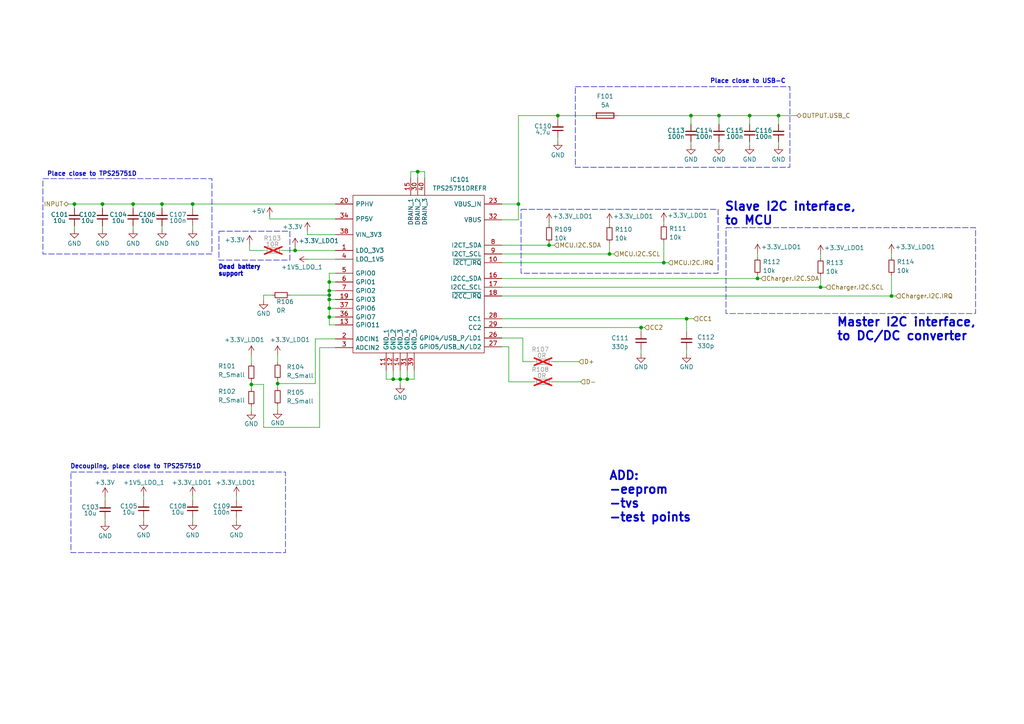
<source format=kicad_sch>
(kicad_sch (version 20231120) (generator "eeschema") (generator_version "8.0")
  (paper "A4")
  (lib_symbols
    (symbol "Device:C_Small" (pin_numbers hide) (pin_names (offset 0.254) hide)
      (property "Reference" "C" (at 0.254 1.778 0))
      (property "Value" "C_Small" (at 0.254 -2.032 0))
      (symbol "C_Small_0_1"
        (polyline (pts (xy -1.524 -0.508) (xy 1.524 -0.508)) (stroke (width 0.3302)))
        (polyline (pts (xy -1.524 0.508) (xy 1.524 0.508)) (stroke (width 0.3048)))
      )
      (symbol "C_Small_1_1"
        (pin passive line (at 0 2.54 270) (length 2.032) (name "~") (number "1"))
        (pin passive line (at 0 -2.54 90) (length 2.032) (name "~") (number "2"))
      )
    )
    (symbol "Device:Fuse" (pin_numbers hide) (pin_names (offset 0))
      (property "Reference" "F" (at 2.032 0 90))
      (property "Value" "Fuse" (at -1.905 0 90))
      (symbol "Fuse_0_1"
        (rectangle (start -0.762 -2.54) (end 0.762 2.54) (stroke (width 0.254)))
        (polyline (pts (xy 0 2.54) (xy 0 -2.54)))
      )
      (symbol "Fuse_1_1"
        (pin passive line (at 0 3.81 270) (length 1.27) (name "~") (number "1"))
        (pin passive line (at 0 -3.81 90) (length 1.27) (name "~") (number "2"))
      )
    )
    (symbol "Device:R_Small" (pin_numbers hide) (pin_names (offset 0.254) hide)
      (property "Reference" "R" (at 0.762 0.508 0))
      (property "Value" "R_Small" (at 0.762 -1.016 0))
      (symbol "R_Small_0_1"
        (rectangle (start -0.762 1.778) (end 0.762 -1.778) (stroke (width 0.2032)))
      )
      (symbol "R_Small_1_1"
        (pin passive line (at 0 2.54 270) (length 0.762) (name "~") (number "1"))
        (pin passive line (at 0 -2.54 90) (length 0.762) (name "~") (number "2"))
      )
    )
    (symbol "TPS25751DREFR_1" (pin_names (offset 0.762))
      (property "Reference" "IC1" (at 36.068 7.112 0))
      (property "Value" "TPS25751DREFR" (at 36.068 4.572 0))
      (symbol "TPS25751DREFR_1_0_0"
        (pin passive line (at 0 -13.462 0) (length 5.08) (name "LDO_3V3") (number "1"))
        (pin passive line (at 48.26 -17.018 180) (length 5.08) (name "~{I2CT_IRQ}") (number "10"))
        (pin passive line (at 14.732 -48.26 90) (length 5.08) (name "GND_1") (number "11"))
        (pin passive line (at 16.764 -48.26 90) (length 5.08) (name "GND_2") (number "12"))
        (pin passive line (at 0 -35.052 0) (length 5.08) (name "GPIO11") (number "13"))
        (pin passive line (at 18.796 -48.26 90) (length 5.08) (name "GND_3") (number "14"))
        (pin passive line (at 21.844 7.62 270) (length 5.08) (name "DRAIN_1") (number "15"))
        (pin passive line (at 48.26 -21.59 180) (length 5.08) (name "I2CC_SDA") (number "16"))
        (pin passive line (at 48.26 -24.13 180) (length 5.08) (name "I2CC_SCL") (number "17"))
        (pin passive line (at 48.26 -26.67 180) (length 5.08) (name "~{I2CC_IRQ}") (number "18"))
        (pin passive line (at 0 -27.686 0) (length 5.08) (name "GPIO3") (number "19"))
        (pin passive line (at 0 -39.116 0) (length 5.08) (name "ADCIN1") (number "2"))
        (pin passive line (at 0 0 0) (length 5.08) (name "PPHV") (number "20"))
        (pin passive line (at 48.26 0 180) (length 5.08) (name "VBUS_IN") (number "23"))
        (pin passive line (at 48.26 -38.862 180) (length 5.08) (name "GPIO4/USB_P/LD1") (number "26"))
        (pin passive line (at 48.26 -41.402 180) (length 5.08) (name "GPIO5/USB_N/LD2") (number "27"))
        (pin passive line (at 48.26 -33.274 180) (length 5.08) (name "CC1") (number "28"))
        (pin passive line (at 48.26 -35.814 180) (length 5.08) (name "CC2") (number "29"))
        (pin passive line (at 0 -41.656 0) (length 5.08) (name "ADCIN2") (number "3"))
        (pin passive line (at 23.876 7.62 270) (length 5.08) (name "DRAIN_2") (number "30"))
        (pin passive line (at 20.828 -48.26 90) (length 5.08) (name "GND_4") (number "31"))
        (pin passive line (at 48.26 -4.572 180) (length 5.08) (name "VBUS") (number "32"))
        (pin passive line (at 0 -4.318 0) (length 5.08) (name "PP5V") (number "34"))
        (pin passive line (at 0 -32.766 0) (length 5.08) (name "GPIO7") (number "36"))
        (pin passive line (at 0 -30.226 0) (length 5.08) (name "GPIO6") (number "37"))
        (pin passive line (at 0 -8.89 0) (length 5.08) (name "VIN_3V3") (number "38"))
        (pin passive line (at 22.86 -48.26 90) (length 5.08) (name "GND_5") (number "39"))
        (pin passive line (at 0 -16.002 0) (length 5.08) (name "LDO_1V5") (number "4"))
        (pin passive line (at 25.908 7.62 270) (length 5.08) (name "DRAIN_3") (number "40"))
        (pin passive line (at 0 -20.066 0) (length 5.08) (name "GPIO0") (number "5"))
        (pin passive line (at 0 -22.606 0) (length 5.08) (name "GPIO1") (number "6"))
        (pin passive line (at 0 -25.146 0) (length 5.08) (name "GPIO2") (number "7"))
        (pin passive line (at 48.26 -11.938 180) (length 5.08) (name "I2CT_SDA") (number "8"))
        (pin passive line (at 48.26 -14.478 180) (length 5.08) (name "I2CT_SCL") (number "9"))
      )
      (symbol "TPS25751DREFR_1_0_1"
        (polyline (pts (xy 5.08 2.54) (xy 43.18 2.54) (xy 43.18 -43.18) (xy 5.08 -43.18) (xy 5.08 2.54)) (stroke (width 0.1524)))
      )
    )
    (symbol "power:+1V5" (power) (pin_names (offset 0))
      (property "Value" "+1V5" (at 0 3.556 0))
      (symbol "+1V5_0_1"
        (polyline (pts (xy -0.762 1.27) (xy 0 2.54)))
        (polyline (pts (xy 0 0) (xy 0 2.54)))
        (polyline (pts (xy 0 2.54) (xy 0.762 1.27)))
      )
      (symbol "+1V5_1_1"
        (pin power_in line (at 0 0 90) (length 0) hide (name "+1V5") (number "1"))
      )
    )
    (symbol "power:+3.3V" (power) (pin_names (offset 0))
      (property "Value" "+3.3V" (at 0 3.556 0))
      (symbol "+3.3V_0_1"
        (polyline (pts (xy -0.762 1.27) (xy 0 2.54)))
        (polyline (pts (xy 0 0) (xy 0 2.54)))
        (polyline (pts (xy 0 2.54) (xy 0.762 1.27)))
      )
      (symbol "+3.3V_1_1"
        (pin power_in line (at 0 0 90) (length 0) hide (name "+3.3V") (number "1"))
      )
    )
    (symbol "power:+3.3VP" (power) (pin_names (offset 0))
      (property "Value" "+3.3VP" (at 0 2.54 0))
      (symbol "+3.3VP_0_0"
        (pin power_in line (at 0 0 90) (length 0) hide (name "+3.3VP") (number "1"))
      )
      (symbol "+3.3VP_0_1"
        (polyline (pts (xy -0.762 1.27) (xy 0 2.54)))
        (polyline (pts (xy 0 0) (xy 0 2.54)))
        (polyline (pts (xy 0 2.54) (xy 0.762 1.27)))
      )
    )
    (symbol "power:+5V" (power) (pin_names (offset 0))
      (property "Value" "+5V" (at 0 3.556 0))
      (symbol "+5V_0_1"
        (polyline (pts (xy -0.762 1.27) (xy 0 2.54)))
        (polyline (pts (xy 0 0) (xy 0 2.54)))
        (polyline (pts (xy 0 2.54) (xy 0.762 1.27)))
      )
      (symbol "+5V_1_1"
        (pin power_in line (at 0 0 90) (length 0) hide (name "+5V") (number "1"))
      )
    )
    (symbol "power:GND" (power) (pin_names (offset 0))
      (property "Value" "GND" (at 0 -3.81 0))
      (symbol "GND_0_1"
        (polyline (pts (xy 0 0) (xy 0 -1.27) (xy 1.27 -1.27) (xy 0 -2.54) (xy -1.27 -1.27) (xy 0 -1.27)))
      )
      (symbol "GND_1_1"
        (pin power_in line (at 0 0 270) (length 0) hide (name "GND") (number "1"))
      )
    )
  )
  (junction (at 95.504 84.328))
  (junction (at 95.504 81.788))
  (junction (at 217.424 33.528))
  (junction (at 95.504 91.948))
  (junction (at 118.11 109.982))
  (junction (at 29.718 59.182))
  (junction (at 176.784 73.66))
  (junction (at 150.368 59.182))
  (junction (at 121.158 49.784))
  (junction (at 237.998 83.312))
  (junction (at 116.078 109.982))
  (junction (at 225.806 33.528))
  (junction (at 159.258 71.12))
  (junction (at 46.99 59.182))
  (junction (at 185.928 94.996))
  (junction (at 38.608 59.182))
  (junction (at 85.598 72.644))
  (junction (at 21.59 59.182))
  (junction (at 258.572 85.852))
  (junction (at 95.504 86.868))
  (junction (at 80.518 111.252))
  (junction (at 208.534 33.528))
  (junction (at 200.406 33.528))
  (junction (at 199.136 92.456))
  (junction (at 114.046 109.982))
  (junction (at 55.88 59.182))
  (junction (at 95.504 85.598))
  (junction (at 192.532 76.2))
  (junction (at 95.504 89.408))
  (junction (at 72.898 111.506))
  (junction (at 161.798 33.528))
  (junction (at 219.71 80.772))
  (wire (pts (xy 76.454 123.952) (xy 92.71 123.952)))
  (wire (pts (xy 55.88 59.182) (xy 97.282 59.182)))
  (wire (pts (xy 97.282 89.408) (xy 95.504 89.408)))
  (wire (pts (xy 145.542 92.456) (xy 199.136 92.456)))
  (wire (pts (xy 147.574 110.744) (xy 154.94 110.744)))
  (wire (pts (xy 200.406 41.148) (xy 200.406 42.164)))
  (wire (pts (xy 21.59 65.532) (xy 21.59 66.548)))
  (wire (pts (xy 46.99 65.532) (xy 46.99 66.548)))
  (wire (pts (xy 185.928 101.346) (xy 185.928 102.616)))
  (wire (pts (xy 91.44 98.298) (xy 97.282 98.298)))
  (wire (pts (xy 185.928 94.996) (xy 185.928 96.266)))
  (wire (pts (xy 160.02 104.902) (xy 167.894 104.902)))
  (wire (pts (xy 68.58 145.034) (xy 68.58 143.764)))
  (wire (pts (xy 41.656 145.034) (xy 41.656 143.764)))
  (wire (pts (xy 95.504 81.788) (xy 97.282 81.788)))
  (wire (pts (xy 258.572 85.852) (xy 259.842 85.852)))
  (wire (pts (xy 145.542 71.12) (xy 159.258 71.12)))
  (wire (pts (xy 80.518 102.87) (xy 80.518 105.156)))
  (wire (pts (xy 121.158 49.784) (xy 123.19 49.784)))
  (wire (pts (xy 208.534 33.528) (xy 217.424 33.528)))
  (wire (pts (xy 46.99 59.182) (xy 55.88 59.182)))
  (wire (pts (xy 55.88 60.452) (xy 55.88 59.182)))
  (wire (pts (xy 80.518 117.602) (xy 80.518 118.872)))
  (wire (pts (xy 208.534 41.148) (xy 208.534 42.164)))
  (wire (pts (xy 116.078 107.442) (xy 116.078 109.982)))
  (wire (pts (xy 97.282 84.328) (xy 95.504 84.328)))
  (wire (pts (xy 217.424 41.148) (xy 217.424 42.164)))
  (wire (pts (xy 95.504 81.788) (xy 95.504 84.328)))
  (wire (pts (xy 114.046 109.982) (xy 116.078 109.982)))
  (wire (pts (xy 176.784 64.516) (xy 176.784 65.278)))
  (wire (pts (xy 123.19 49.784) (xy 123.19 51.562)))
  (wire (pts (xy 95.504 86.868) (xy 97.282 86.868)))
  (wire (pts (xy 151.638 104.902) (xy 151.638 98.044)))
  (wire (pts (xy 97.282 68.072) (xy 89.154 68.072)))
  (wire (pts (xy 95.504 86.868) (xy 95.504 89.408)))
  (wire (pts (xy 41.656 150.114) (xy 41.656 151.13)))
  (wire (pts (xy 145.542 80.772) (xy 219.71 80.772)))
  (wire (pts (xy 21.59 60.452) (xy 21.59 59.182)))
  (wire (pts (xy 92.71 100.838) (xy 92.71 123.952)))
  (wire (pts (xy 200.406 33.528) (xy 200.406 36.068)))
  (wire (pts (xy 92.71 100.838) (xy 97.282 100.838)))
  (wire (pts (xy 76.454 85.598) (xy 78.994 85.598)))
  (wire (pts (xy 159.258 71.12) (xy 160.782 71.12)))
  (wire (pts (xy 147.574 100.584) (xy 145.542 100.584)))
  (wire (pts (xy 258.572 79.756) (xy 258.572 85.852)))
  (wire (pts (xy 72.898 111.506) (xy 76.454 111.506)))
  (wire (pts (xy 179.324 33.528) (xy 200.406 33.528)))
  (wire (pts (xy 161.798 33.528) (xy 171.704 33.528)))
  (wire (pts (xy 120.142 109.982) (xy 120.142 107.442)))
  (wire (pts (xy 199.136 92.456) (xy 199.136 96.266)))
  (wire (pts (xy 95.504 85.598) (xy 95.504 86.868)))
  (wire (pts (xy 192.532 76.2) (xy 193.802 76.2)))
  (wire (pts (xy 159.258 71.12) (xy 159.258 70.358)))
  (wire (pts (xy 97.282 94.234) (xy 95.504 94.234)))
  (wire (pts (xy 112.014 107.442) (xy 112.014 109.982)))
  (wire (pts (xy 237.998 73.66) (xy 237.998 74.93)))
  (wire (pts (xy 219.71 80.772) (xy 219.71 79.756)))
  (wire (pts (xy 72.898 111.506) (xy 72.898 112.776)))
  (wire (pts (xy 85.598 72.644) (xy 97.282 72.644)))
  (wire (pts (xy 81.788 72.644) (xy 85.598 72.644)))
  (wire (pts (xy 199.136 101.346) (xy 199.136 102.616)))
  (wire (pts (xy 95.504 84.328) (xy 95.504 85.598)))
  (wire (pts (xy 76.708 72.644) (xy 72.39 72.644)))
  (wire (pts (xy 97.282 91.948) (xy 95.504 91.948)))
  (wire (pts (xy 76.454 111.506) (xy 76.454 123.952)))
  (wire (pts (xy 150.368 33.528) (xy 161.798 33.528)))
  (wire (pts (xy 217.424 33.528) (xy 217.424 36.068)))
  (wire (pts (xy 225.806 33.528) (xy 225.806 36.068)))
  (wire (pts (xy 97.282 79.248) (xy 95.504 79.248)))
  (wire (pts (xy 145.542 59.182) (xy 150.368 59.182)))
  (wire (pts (xy 68.58 150.114) (xy 68.58 151.13)))
  (wire (pts (xy 38.608 59.182) (xy 46.99 59.182)))
  (wire (pts (xy 72.898 117.856) (xy 72.898 119.126)))
  (wire (pts (xy 160.02 110.744) (xy 168.402 110.744)))
  (wire (pts (xy 84.074 85.598) (xy 95.504 85.598)))
  (wire (pts (xy 29.718 59.182) (xy 38.608 59.182)))
  (wire (pts (xy 161.798 34.798) (xy 161.798 33.528)))
  (wire (pts (xy 80.518 111.252) (xy 80.518 112.522)))
  (wire (pts (xy 72.898 102.87) (xy 72.898 105.41)))
  (wire (pts (xy 119.126 49.784) (xy 121.158 49.784)))
  (wire (pts (xy 95.504 91.948) (xy 95.504 94.234)))
  (wire (pts (xy 145.542 85.852) (xy 258.572 85.852)))
  (wire (pts (xy 114.046 107.442) (xy 114.046 109.982)))
  (wire (pts (xy 55.88 150.114) (xy 55.88 151.13)))
  (wire (pts (xy 72.39 70.866) (xy 72.39 72.644)))
  (wire (pts (xy 225.806 33.528) (xy 231.14 33.528)))
  (wire (pts (xy 89.154 67.056) (xy 89.154 68.072)))
  (wire (pts (xy 217.424 33.528) (xy 225.806 33.528)))
  (wire (pts (xy 38.608 60.452) (xy 38.608 59.182)))
  (wire (pts (xy 145.542 94.996) (xy 185.928 94.996)))
  (wire (pts (xy 151.638 98.044) (xy 145.542 98.044)))
  (wire (pts (xy 119.126 51.562) (xy 119.126 49.784)))
  (wire (pts (xy 159.258 64.516) (xy 159.258 65.278)))
  (wire (pts (xy 161.798 39.878) (xy 161.798 40.894)))
  (wire (pts (xy 46.99 60.452) (xy 46.99 59.182)))
  (wire (pts (xy 199.136 92.456) (xy 201.168 92.456)))
  (wire (pts (xy 72.898 110.49) (xy 72.898 111.506)))
  (wire (pts (xy 192.532 70.104) (xy 192.532 76.2)))
  (wire (pts (xy 219.71 73.406) (xy 219.71 74.676)))
  (wire (pts (xy 192.532 64.262) (xy 192.532 65.024)))
  (wire (pts (xy 147.574 110.744) (xy 147.574 100.584)))
  (wire (pts (xy 237.998 80.01) (xy 237.998 83.312)))
  (wire (pts (xy 116.078 109.982) (xy 118.11 109.982)))
  (wire (pts (xy 176.784 70.358) (xy 176.784 73.66)))
  (wire (pts (xy 176.784 73.66) (xy 178.054 73.66)))
  (wire (pts (xy 85.598 71.628) (xy 85.598 72.644)))
  (wire (pts (xy 145.542 63.754) (xy 150.368 63.754)))
  (wire (pts (xy 150.368 33.528) (xy 150.368 59.182)))
  (wire (pts (xy 95.504 89.408) (xy 95.504 91.948)))
  (wire (pts (xy 237.998 83.312) (xy 239.522 83.312)))
  (wire (pts (xy 258.572 73.406) (xy 258.572 74.676)))
  (wire (pts (xy 19.812 59.182) (xy 21.59 59.182)))
  (wire (pts (xy 29.718 60.452) (xy 29.718 59.182)))
  (wire (pts (xy 80.518 111.252) (xy 91.44 111.252)))
  (wire (pts (xy 145.542 73.66) (xy 176.784 73.66)))
  (wire (pts (xy 30.48 145.288) (xy 30.48 144.018)))
  (wire (pts (xy 118.11 107.442) (xy 118.11 109.982)))
  (wire (pts (xy 97.282 63.5) (xy 78.232 63.5)))
  (wire (pts (xy 145.542 76.2) (xy 192.532 76.2)))
  (wire (pts (xy 30.48 150.368) (xy 30.48 151.384)))
  (wire (pts (xy 78.232 62.738) (xy 78.232 63.5)))
  (wire (pts (xy 116.078 109.982) (xy 116.078 111.506)))
  (wire (pts (xy 89.408 75.184) (xy 97.282 75.184)))
  (wire (pts (xy 38.608 65.532) (xy 38.608 66.548)))
  (wire (pts (xy 76.454 87.122) (xy 76.454 85.598)))
  (wire (pts (xy 29.718 65.532) (xy 29.718 66.548)))
  (wire (pts (xy 200.406 33.528) (xy 208.534 33.528)))
  (wire (pts (xy 145.542 83.312) (xy 237.998 83.312)))
  (wire (pts (xy 112.014 109.982) (xy 114.046 109.982)))
  (wire (pts (xy 219.71 80.772) (xy 220.726 80.772)))
  (wire (pts (xy 55.88 145.034) (xy 55.88 143.764)))
  (wire (pts (xy 21.59 59.182) (xy 29.718 59.182)))
  (wire (pts (xy 150.368 63.754) (xy 150.368 59.182)))
  (wire (pts (xy 185.928 94.996) (xy 186.944 94.996)))
  (wire (pts (xy 121.158 51.562) (xy 121.158 49.784)))
  (wire (pts (xy 118.11 109.982) (xy 120.142 109.982)))
  (wire (pts (xy 95.504 79.248) (xy 95.504 81.788)))
  (wire (pts (xy 91.44 111.252) (xy 91.44 98.298)))
  (wire (pts (xy 225.806 41.148) (xy 225.806 42.164)))
  (wire (pts (xy 55.88 65.532) (xy 55.88 66.548)))
  (wire (pts (xy 208.534 33.528) (xy 208.534 36.068)))
  (wire (pts (xy 151.638 104.902) (xy 154.94 104.902)))
  (wire (pts (xy 80.518 110.236) (xy 80.518 111.252)))
  (rectangle (start 12.446 51.816) (end 61.468 73.66) (stroke (width 0) (type dash)))
  (rectangle (start 166.878 25.146) (end 229.108 48.514) (stroke (width 0) (type dash)))
  (rectangle (start 63.5 67.056) (end 84.074 75.438) (stroke (width 0) (type dash)))
  (rectangle (start 151.13 60.706) (end 208.28 79.248) (stroke (width 0) (type dash)))
  (rectangle (start 210.566 66.04) (end 282.956 90.932) (stroke (width 0) (type dash)))
  (rectangle (start 20.574 136.906) (end 82.804 160.274) (stroke (width 0) (type dash)))
  (text "Slave I2C interface,\nto MCU" (at 210.058 65.532 0) (effects (font (size 2.5 2.5) (thickness 0.5) (bold yes)) (justify left bottom)))
  (text "Master I2C interface,\nto DC/DC converter" (at 242.57 99.06 0) (effects (font (size 2.5 2.5) (thickness 0.5) (bold yes)) (justify left bottom)))
  (text "ADD:\n-eeprom\n-tvs\n-test points" (at 176.53 151.638 0) (effects (font (size 2.5 2.5) (thickness 0.5) (bold yes)) (justify left bottom)))
  (text "Place close to USB-C \n" (at 217.424 23.622 0) (effects (font (size 1.27 1.27) (thickness 0.254) (bold yes))))
  (text "Dead battery\nsupport" (at 63.246 80.264 0) (effects (font (size 1.25 1.25) (thickness 0.5) (bold yes)) (justify left bottom)))
  (text "Decoupling, place close to TPS25751D\n" (at 39.37 135.382 0) (effects (font (size 1.27 1.27) (thickness 0.254) (bold yes))))
  (text "Place close to TPS25751D\n" (at 26.67 50.546 0) (effects (font (size 1.27 1.27) (thickness 0.254) (bold yes))))
  (hierarchical_label "MCU.I2C.IRQ" (shape input) (at 193.802 76.2 0))
  (hierarchical_label "Charger.I2C.SDA" (shape input) (at 220.726 80.772 0))
  (hierarchical_label "CC1" (shape input) (at 201.168 92.456 0))
  (hierarchical_label "OUTPUT.USB_C" (shape bidirectional) (at 231.14 33.528 0))
  (hierarchical_label "Charger.I2C.SCL" (shape input) (at 239.522 83.312 0))
  (hierarchical_label "D-" (shape input) (at 168.402 110.744 0))
  (hierarchical_label "INPUT" (shape bidirectional) (at 19.812 59.182 180))
  (hierarchical_label "D+" (shape input) (at 167.894 104.902 0))
  (hierarchical_label "Charger.I2C.IRQ" (shape input) (at 259.842 85.852 0))
  (hierarchical_label "CC2" (shape input) (at 186.944 94.996 0))
  (hierarchical_label "MCU.I2C.SCL" (shape input) (at 178.054 73.66 0))
  (hierarchical_label "MCU.I2C.SDA" (shape input) (at 160.782 71.12 0))
  (symbol (lib_name "TPS25751DREFR_1") (lib_id "SamacSys_Parts:TPS25751DREFR") (at 97.282 59.182 0) (unit 1)
    (property "Reference" "IC101" (at 133.35 52.07 0))
    (property "Value" "TPS25751DREFR" (at 133.35 54.61 0))
    (property "Footprint" "TPS25751DREFR" (effects (hide yes)))
    (property "Datasheet" "https://www.ti.com/lit/gpn/TPS25751" (effects (hide yes)))
    (property "Description" "USB Interface IC USB Type-C and USB Power Delivery (PD) controller with integrated power switches , 3V ~{} 3.6V, 4.9V ~{} 5.5V, 4V ~{} 22V , -40C ~{} 125C (TJ) , 3mA , 38-WQFN (4x6)" (effects (hide yes)))
    (property "Height" "0.8" (effects (hide yes)))
    (property "Manufacturer_Name" "Texas Instruments" (effects (hide yes)))
    (property "Manufacturer_Part_Number" "TPS25751DREFR" (effects (hide yes)))
    (property "Mouser Part Number" "595-TPS25751DREFR" (effects (hide yes)))
    (property "Mouser Price/Stock" "https://www.mouser.co.uk/ProductDetail/Texas-Instruments/TPS25751DREFR?qs=2wMNvWM5ZX4m402FYdvDNA%3D%3D" (effects (hide yes)))
    (property "Arrow Part Number" "TPS25751DREFR" (effects (hide yes)))
    (property "Arrow Price/Stock" "https://www.arrow.com/en/products/tps25751drefr/texas-instruments?utm_currency=USD&region=nac" (effects (hide yes)))
  )
  (symbol (lib_id "Device:R_Small") (at 258.572 77.216 0) (unit 1)
    (property "Reference" "R114" (at 260.096 75.946 0) (effects (justify left)))
    (property "Value" "10k" (at 260.096 78.486 0) (effects (justify left)))
    (property "Footprint" "Resistor_SMD:R_0603_1608Metric" (effects (hide yes)))
  )
  (symbol (lib_id "power:GND") (at 116.078 111.506 0) (unit 1)
    (property "Reference" "#PWR0128" (effects (hide yes)))
    (property "Value" "GND" (at 116.078 115.316 0))
  )
  (symbol (lib_id "power:GND") (at 21.59 66.548 0) (unit 1)
    (property "Reference" "#PWR0105" (effects (hide yes)))
    (property "Value" "GND" (at 21.59 70.612 0))
  )
  (symbol (lib_id "power:+3.3VP") (at 80.518 102.87 0) (unit 1)
    (property "Reference" "#PWR0123" (effects (hide yes)))
    (property "Value" "+3.3V_LDO1" (at 84.074 98.552 0))
  )
  (symbol (lib_id "power:+3.3VP") (at 237.998 73.66 0) (unit 1)
    (property "Reference" "#PWR0140" (effects (hide yes)))
    (property "Value" "+3.3V_LDO1" (at 244.856 71.882 0))
  )
  (symbol (lib_id "power:+3.3V") (at 89.154 67.056 0) (unit 1)
    (property "Reference" "#PWR0126" (effects (hide yes)))
    (property "Value" "+3.3V" (at 84.836 65.786 0))
  )
  (symbol (lib_id "Device:C_Small") (at 199.136 98.806 180) (unit 1)
    (property "Reference" "C112" (at 202.184 97.79 0) (effects (justify right)))
    (property "Value" "330p" (at 202.184 100.33 0) (effects (justify right)))
    (property "Footprint" "Capacitor_SMD:C_0603_1608Metric" (effects (hide yes)))
  )
  (symbol (lib_id "power:+3.3V") (at 30.48 144.018 0) (unit 1)
    (property "Reference" "#PWR0107" (effects (hide yes)))
    (property "Value" "+3.3V" (at 27.432 139.954 0) (effects (justify left)))
  )
  (symbol (lib_id "Device:R_Small") (at 237.998 77.47 0) (unit 1)
    (property "Reference" "R113" (at 239.522 76.2 0) (effects (justify left)))
    (property "Value" "10k" (at 239.522 78.74 0) (effects (justify left)))
    (property "Footprint" "Resistor_SMD:R_0603_1608Metric" (effects (hide yes)))
  )
  (symbol (lib_id "Device:C_Small") (at 55.88 62.992 180) (unit 1)
    (property "Reference" "C107" (at 51.562 62.23 0))
    (property "Value" "100n" (at 51.562 64.008 0))
    (property "Footprint" "Capacitor_SMD:C_0603_1608Metric" (effects (hide yes)))
  )
  (symbol (lib_id "Device:R_Small") (at 192.532 67.564 0) (unit 1)
    (property "Reference" "R111" (at 194.056 66.294 0) (effects (justify left)))
    (property "Value" "10k" (at 194.056 68.834 0) (effects (justify left)))
    (property "Footprint" "Resistor_SMD:R_0603_1608Metric" (effects (hide yes)))
  )
  (symbol (lib_id "Device:R_Small") (at 72.898 115.316 0) (unit 1)
    (property "Reference" "R102" (at 63.246 113.538 0) (effects (justify left)))
    (property "Value" "R_Small" (at 63.246 116.078 0) (effects (justify left)))
    (property "Footprint" "Resistor_SMD:R_0603_1608Metric" (effects (hide yes)))
  )
  (symbol (lib_id "Device:R_Small") (at 157.48 110.744 90) (unit 1) (dnp yes)
    (property "Reference" "R108" (at 159.258 107.188 90) (effects (justify left)))
    (property "Value" "0R" (at 158.496 108.966 90) (effects (justify left)))
    (property "Footprint" "Resistor_SMD:R_0603_1608Metric" (effects (hide yes)))
  )
  (symbol (lib_id "Device:R_Small") (at 79.248 72.644 90) (unit 1) (dnp yes)
    (property "Reference" "R103" (at 78.994 69.088 90))
    (property "Value" "10R" (at 78.994 70.866 90))
    (property "Footprint" "Resistor_SMD:R_0603_1608Metric" (effects (hide yes)))
  )
  (symbol (lib_id "power:+3.3VP") (at 72.898 102.87 0) (unit 1)
    (property "Reference" "#PWR0119" (effects (hide yes)))
    (property "Value" "+3.3V_LDO1" (at 70.866 98.552 0))
  )
  (symbol (lib_id "power:+3.3VP") (at 85.598 71.628 0) (unit 1)
    (property "Reference" "#PWR0125" (effects (hide yes)))
    (property "Value" "+3.3V_LDO1" (at 92.456 69.85 0))
  )
  (symbol (lib_id "Device:R_Small") (at 80.518 115.062 0) (unit 1)
    (property "Reference" "R105" (at 83.1342 113.792 0) (effects (justify left)))
    (property "Value" "R_Small" (at 83.1342 116.332 0) (effects (justify left)))
    (property "Footprint" "Resistor_SMD:R_0603_1608Metric" (effects (hide yes)))
  )
  (symbol (lib_id "power:GND") (at 161.798 40.894 0) (unit 1)
    (property "Reference" "#PWR0130" (effects (hide yes)))
    (property "Value" "GND" (at 161.798 44.958 0))
  )
  (symbol (lib_id "Device:C_Small") (at 161.798 37.338 180) (unit 1)
    (property "Reference" "C110" (at 157.48 36.576 0))
    (property "Value" "4.7u" (at 157.48 38.354 0))
    (property "Footprint" "Capacitor_SMD:C_0603_1608Metric" (effects (hide yes)))
  )
  (symbol (lib_id "power:+3.3VP") (at 176.784 64.516 0) (unit 1)
    (property "Reference" "#PWR0131" (effects (hide yes)))
    (property "Value" "+3.3V_LDO1" (at 183.642 62.738 0))
  )
  (symbol (lib_id "power:+5V") (at 78.232 62.738 0) (unit 1)
    (property "Reference" "#PWR0122" (effects (hide yes)))
    (property "Value" "+5V" (at 74.93 61.214 0))
  )
  (symbol (lib_id "Device:R_Small") (at 81.534 85.598 270) (unit 1)
    (property "Reference" "R106" (at 80.137 87.5029 90) (effects (justify left)))
    (property "Value" "0R" (at 80.137 90.0429 90) (effects (justify left)))
    (property "Footprint" "Resistor_SMD:R_0603_1608Metric" (effects (hide yes)))
  )
  (symbol (lib_id "power:GND") (at 200.406 42.164 0) (unit 1)
    (property "Reference" "#PWR0135" (effects (hide yes)))
    (property "Value" "GND" (at 200.406 46.228 0))
  )
  (symbol (lib_id "power:+3.3VP") (at 192.532 64.262 0) (unit 1)
    (property "Reference" "#PWR0133" (effects (hide yes)))
    (property "Value" "+3.3V_LDO1" (at 199.39 62.484 0))
  )
  (symbol (lib_id "power:+3.3VP") (at 219.71 73.406 0) (unit 1)
    (property "Reference" "#PWR0138" (effects (hide yes)))
    (property "Value" "+3.3V_LDO1" (at 226.568 71.628 0))
  )
  (symbol (lib_id "Device:C_Small") (at 185.928 98.806 180) (unit 1)
    (property "Reference" "C111" (at 177.292 98.044 0) (effects (justify right)))
    (property "Value" "330p" (at 177.292 100.584 0) (effects (justify right)))
    (property "Footprint" "Capacitor_SMD:C_0603_1608Metric" (effects (hide yes)))
  )
  (symbol (lib_id "power:GND") (at 72.898 119.126 0) (unit 1)
    (property "Reference" "#PWR0120" (effects (hide yes)))
    (property "Value" "GND" (at 72.898 122.936 0))
  )
  (symbol (lib_id "power:GND") (at 55.88 151.13 0) (unit 1)
    (property "Reference" "#PWR0115" (effects (hide yes)))
    (property "Value" "GND" (at 55.88 155.194 0))
  )
  (symbol (lib_id "Device:R_Small") (at 80.518 107.696 0) (unit 1)
    (property "Reference" "R104" (at 83.1342 106.426 0) (effects (justify left)))
    (property "Value" "R_Small" (at 83.1342 108.966 0) (effects (justify left)))
    (property "Footprint" "Resistor_SMD:R_0603_1608Metric" (effects (hide yes)))
  )
  (symbol (lib_id "power:GND") (at 30.48 151.384 0) (unit 1)
    (property "Reference" "#PWR0108" (effects (hide yes)))
    (property "Value" "GND" (at 30.48 155.448 0))
  )
  (symbol (lib_id "power:+3.3VP") (at 68.58 143.764 0) (unit 1)
    (property "Reference" "#PWR0116" (effects (hide yes)))
    (property "Value" "+3.3V_LDO1" (at 68.326 139.954 0))
  )
  (symbol (lib_id "power:GND") (at 46.99 66.548 0) (unit 1)
    (property "Reference" "#PWR0112" (effects (hide yes)))
    (property "Value" "GND" (at 46.99 70.612 0))
  )
  (symbol (lib_id "Device:C_Small") (at 200.406 38.608 180) (unit 1)
    (property "Reference" "C113" (at 196.088 37.846 0))
    (property "Value" "100n" (at 196.088 39.624 0))
    (property "Footprint" "Capacitor_SMD:C_0603_1608Metric" (effects (hide yes)))
  )
  (symbol (lib_id "power:+1V5") (at 41.656 143.764 0) (unit 1)
    (property "Reference" "#PWR0110" (effects (hide yes)))
    (property "Value" "+1V5_LDO_1" (at 47.752 139.954 0) (effects (justify right)))
  )
  (symbol (lib_id "Device:R_Small") (at 157.48 104.902 90) (unit 1) (dnp yes)
    (property "Reference" "R107" (at 159.258 101.346 90) (effects (justify left)))
    (property "Value" "0R" (at 158.496 103.124 90) (effects (justify left)))
    (property "Footprint" "Resistor_SMD:R_0603_1608Metric" (effects (hide yes)))
  )
  (symbol (lib_id "Device:C_Small") (at 225.806 38.608 180) (unit 1)
    (property "Reference" "C116" (at 221.488 37.846 0))
    (property "Value" "100n" (at 221.488 39.624 0))
    (property "Footprint" "Capacitor_SMD:C_0603_1608Metric" (effects (hide yes)))
  )
  (symbol (lib_id "Device:R_Small") (at 176.784 67.818 0) (unit 1)
    (property "Reference" "R110" (at 178.308 66.548 0) (effects (justify left)))
    (property "Value" "10k" (at 178.308 69.088 0) (effects (justify left)))
    (property "Footprint" "Resistor_SMD:R_0603_1608Metric" (effects (hide yes)))
  )
  (symbol (lib_id "power:GND") (at 208.534 42.164 0) (unit 1)
    (property "Reference" "#PWR0136" (effects (hide yes)))
    (property "Value" "GND" (at 208.534 46.228 0))
  )
  (symbol (lib_id "Device:C_Small") (at 68.58 147.574 180) (unit 1)
    (property "Reference" "C109" (at 64.262 146.812 0))
    (property "Value" "100n" (at 64.262 148.59 0))
    (property "Footprint" "Capacitor_SMD:C_0603_1608Metric" (effects (hide yes)))
  )
  (symbol (lib_id "power:GND") (at 185.928 102.616 0) (unit 1)
    (property "Reference" "#PWR0132" (effects (hide yes)))
    (property "Value" "GND" (at 185.928 106.426 0))
  )
  (symbol (lib_id "power:+3.3V") (at 72.39 70.866 0) (unit 1)
    (property "Reference" "#PWR0118" (effects (hide yes)))
    (property "Value" "+3.3V" (at 68.072 69.596 0))
  )
  (symbol (lib_id "power:GND") (at 199.136 102.616 0) (unit 1)
    (property "Reference" "#PWR0134" (effects (hide yes)))
    (property "Value" "GND" (at 199.136 106.426 0))
  )
  (symbol (lib_id "Device:C_Small") (at 55.88 147.574 180) (unit 1)
    (property "Reference" "C108" (at 51.562 146.812 0))
    (property "Value" "10u" (at 51.562 148.59 0))
    (property "Footprint" "Capacitor_SMD:C_0603_1608Metric" (effects (hide yes)))
  )
  (symbol (lib_id "power:GND") (at 68.58 151.13 0) (unit 1)
    (property "Reference" "#PWR0117" (effects (hide yes)))
    (property "Value" "GND" (at 68.58 155.194 0))
  )
  (symbol (lib_id "Device:C_Small") (at 38.608 62.992 180) (unit 1)
    (property "Reference" "C104" (at 34.29 62.23 0))
    (property "Value" "10u" (at 34.29 64.008 0))
    (property "Footprint" "Capacitor_SMD:C_0603_1608Metric" (effects (hide yes)))
  )
  (symbol (lib_id "power:+1V5") (at 89.408 75.184 90) (unit 1)
    (property "Reference" "#PWR0127" (effects (hide yes)))
    (property "Value" "+1V5_LDO_1" (at 81.534 77.47 90) (effects (justify right)))
  )
  (symbol (lib_id "Device:R_Small") (at 159.258 67.818 0) (unit 1)
    (property "Reference" "R109" (at 160.782 66.548 0) (effects (justify left)))
    (property "Value" "10k" (at 160.782 69.088 0) (effects (justify left)))
    (property "Footprint" "Resistor_SMD:R_0603_1608Metric" (effects (hide yes)))
  )
  (symbol (lib_id "power:GND") (at 38.608 66.548 0) (unit 1)
    (property "Reference" "#PWR0109" (effects (hide yes)))
    (property "Value" "GND" (at 38.608 70.612 0))
  )
  (symbol (lib_id "power:GND") (at 76.454 87.122 0) (unit 1)
    (property "Reference" "#PWR0121" (effects (hide yes)))
    (property "Value" "GND" (at 76.454 90.932 0))
  )
  (symbol (lib_id "Device:C_Small") (at 46.99 62.992 180) (unit 1)
    (property "Reference" "C106" (at 42.672 62.23 0))
    (property "Value" "10u" (at 42.672 64.008 0))
    (property "Footprint" "Capacitor_SMD:C_0603_1608Metric" (effects (hide yes)))
  )
  (symbol (lib_id "Device:C_Small") (at 41.656 147.574 180) (unit 1)
    (property "Reference" "C105" (at 37.338 146.812 0))
    (property "Value" "10u" (at 37.338 148.59 0))
    (property "Footprint" "Capacitor_SMD:C_0603_1608Metric" (effects (hide yes)))
  )
  (symbol (lib_id "power:GND") (at 80.518 118.872 0) (unit 1)
    (property "Reference" "#PWR0124" (effects (hide yes)))
    (property "Value" "GND" (at 80.518 122.682 0))
  )
  (symbol (lib_id "Device:C_Small") (at 29.718 62.992 180) (unit 1)
    (property "Reference" "C102" (at 25.4 62.23 0))
    (property "Value" "10u" (at 25.4 64.008 0))
    (property "Footprint" "Capacitor_SMD:C_0603_1608Metric" (effects (hide yes)))
  )
  (symbol (lib_id "Device:R_Small") (at 219.71 77.216 0) (unit 1)
    (property "Reference" "R112" (at 221.234 75.946 0) (effects (justify left)))
    (property "Value" "10k" (at 221.234 78.486 0) (effects (justify left)))
    (property "Footprint" "Resistor_SMD:R_0603_1608Metric" (effects (hide yes)))
  )
  (symbol (lib_id "power:+3.3VP") (at 159.258 64.516 0) (unit 1)
    (property "Reference" "#PWR0129" (effects (hide yes)))
    (property "Value" "+3.3V_LDO1" (at 166.116 62.738 0))
  )
  (symbol (lib_id "Device:R_Small") (at 72.898 107.95 0) (unit 1)
    (property "Reference" "R101" (at 63.246 106.172 0) (effects (justify left)))
    (property "Value" "R_Small" (at 63.246 108.712 0) (effects (justify left)))
    (property "Footprint" "Resistor_SMD:R_0603_1608Metric" (effects (hide yes)))
  )
  (symbol (lib_id "power:GND") (at 41.656 151.13 0) (unit 1)
    (property "Reference" "#PWR0111" (effects (hide yes)))
    (property "Value" "GND" (at 41.656 155.194 0))
  )
  (symbol (lib_id "Device:Fuse") (at 175.514 33.528 90) (unit 1)
    (property "Reference" "F101" (at 175.514 27.94 90))
    (property "Value" "5A" (at 175.514 30.48 90))
    (property "Footprint" "Fuse:Fuse_1206_3216Metric" (effects (hide yes)))
    (property "Description" "Fuse" (effects (hide yes)))
  )
  (symbol (lib_id "power:GND") (at 29.718 66.548 0) (unit 1)
    (property "Reference" "#PWR0106" (effects (hide yes)))
    (property "Value" "GND" (at 29.718 70.612 0))
  )
  (symbol (lib_id "Device:C_Small") (at 217.424 38.608 180) (unit 1)
    (property "Reference" "C115" (at 213.106 37.846 0))
    (property "Value" "100n" (at 213.106 39.624 0))
    (property "Footprint" "Capacitor_SMD:C_0603_1608Metric" (effects (hide yes)))
  )
  (symbol (lib_id "power:+3.3VP") (at 258.572 73.406 0) (unit 1)
    (property "Reference" "#PWR0141" (effects (hide yes)))
    (property "Value" "+3.3V_LDO1" (at 265.43 71.628 0))
  )
  (symbol (lib_id "power:GND") (at 225.806 42.164 0) (unit 1)
    (property "Reference" "#PWR0139" (effects (hide yes)))
    (property "Value" "GND" (at 225.806 46.228 0))
  )
  (symbol (lib_id "power:GND") (at 217.424 42.164 0) (unit 1)
    (property "Reference" "#PWR0137" (effects (hide yes)))
    (property "Value" "GND" (at 217.424 46.228 0))
  )
  (symbol (lib_id "Device:C_Small") (at 21.59 62.992 180) (unit 1)
    (property "Reference" "C101" (at 17.272 62.23 0))
    (property "Value" "10u" (at 17.272 64.008 0))
    (property "Footprint" "Capacitor_SMD:C_0603_1608Metric" (effects (hide yes)))
  )
  (symbol (lib_id "power:+3.3VP") (at 55.88 143.764 0) (unit 1)
    (property "Reference" "#PWR0114" (effects (hide yes)))
    (property "Value" "+3.3V_LDO1" (at 55.626 139.954 0))
  )
  (symbol (lib_id "Device:C_Small") (at 208.534 38.608 180) (unit 1)
    (property "Reference" "C114" (at 204.216 37.846 0))
    (property "Value" "100n" (at 204.216 39.624 0))
    (property "Footprint" "Capacitor_SMD:C_0603_1608Metric" (effects (hide yes)))
  )
  (symbol (lib_id "power:GND") (at 55.88 66.548 0) (unit 1)
    (property "Reference" "#PWR0113" (effects (hide yes)))
    (property "Value" "GND" (at 55.88 70.612 0))
  )
  (symbol (lib_id "Device:C_Small") (at 30.48 147.828 180) (unit 1)
    (property "Reference" "C103" (at 26.162 147.066 0))
    (property "Value" "10u" (at 26.162 148.844 0))
    (property "Footprint" "Capacitor_SMD:C_0603_1608Metric" (effects (hide yes)))
  )
)
</source>
